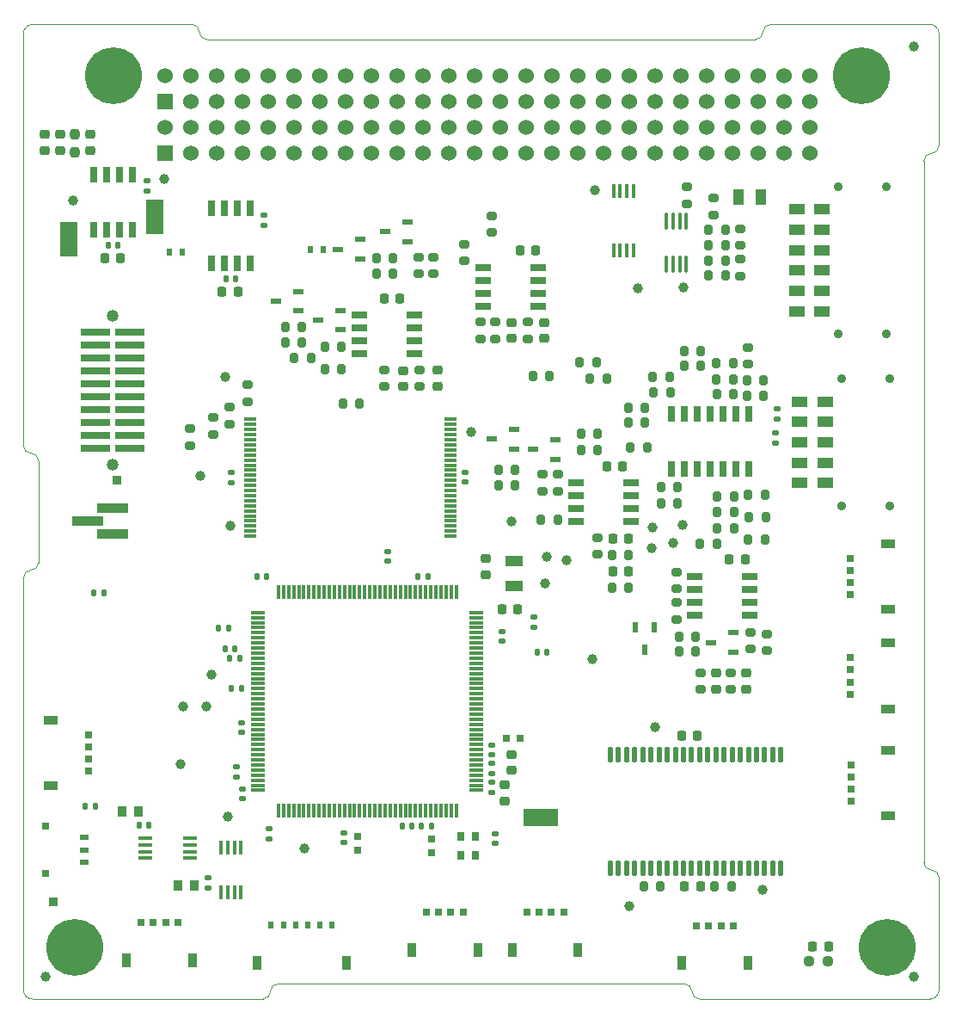
<source format=gbr>
%TF.GenerationSoftware,KiCad,Pcbnew,6.0.7-f9a2dced07~116~ubuntu20.04.1*%
%TF.CreationDate,2022-10-11T04:26:54+03:00*%
%TF.ProjectId,obc-adcs-board,6f62632d-6164-4637-932d-626f6172642e,rev?*%
%TF.SameCoordinates,PX3e2df80PY83e4a60*%
%TF.FileFunction,Soldermask,Top*%
%TF.FilePolarity,Negative*%
%FSLAX46Y46*%
G04 Gerber Fmt 4.6, Leading zero omitted, Abs format (unit mm)*
G04 Created by KiCad (PCBNEW 6.0.7-f9a2dced07~116~ubuntu20.04.1) date 2022-10-11 04:26:54*
%MOMM*%
%LPD*%
G01*
G04 APERTURE LIST*
G04 Aperture macros list*
%AMRoundRect*
0 Rectangle with rounded corners*
0 $1 Rounding radius*
0 $2 $3 $4 $5 $6 $7 $8 $9 X,Y pos of 4 corners*
0 Add a 4 corners polygon primitive as box body*
4,1,4,$2,$3,$4,$5,$6,$7,$8,$9,$2,$3,0*
0 Add four circle primitives for the rounded corners*
1,1,$1+$1,$2,$3*
1,1,$1+$1,$4,$5*
1,1,$1+$1,$6,$7*
1,1,$1+$1,$8,$9*
0 Add four rect primitives between the rounded corners*
20,1,$1+$1,$2,$3,$4,$5,0*
20,1,$1+$1,$4,$5,$6,$7,0*
20,1,$1+$1,$6,$7,$8,$9,0*
20,1,$1+$1,$8,$9,$2,$3,0*%
G04 Aperture macros list end*
%TA.AperFunction,Profile*%
%ADD10C,0.100000*%
%TD*%
%ADD11C,0.010000*%
%ADD12C,1.000000*%
%ADD13R,0.850000X0.600000*%
%ADD14R,0.800000X0.700000*%
%ADD15R,0.660000X0.650000*%
%ADD16R,0.850000X1.340000*%
%ADD17RoundRect,0.137500X0.137500X-0.625000X0.137500X0.625000X-0.137500X0.625000X-0.137500X-0.625000X0*%
%ADD18R,0.650000X1.528000*%
%ADD19RoundRect,0.200000X0.200000X0.275000X-0.200000X0.275000X-0.200000X-0.275000X0.200000X-0.275000X0*%
%ADD20C,5.600000*%
%ADD21RoundRect,0.200000X-0.200000X-0.275000X0.200000X-0.275000X0.200000X0.275000X-0.200000X0.275000X0*%
%ADD22R,0.620000X0.670000*%
%ADD23R,1.050000X0.600000*%
%ADD24RoundRect,0.140000X-0.140000X-0.170000X0.140000X-0.170000X0.140000X0.170000X-0.140000X0.170000X0*%
%ADD25C,0.900000*%
%ADD26R,1.500000X1.000000*%
%ADD27R,0.940000X1.020000*%
%ADD28RoundRect,0.200000X0.275000X-0.200000X0.275000X0.200000X-0.275000X0.200000X-0.275000X-0.200000X0*%
%ADD29RoundRect,0.140000X-0.170000X0.140000X-0.170000X-0.140000X0.170000X-0.140000X0.170000X0.140000X0*%
%ADD30RoundRect,0.225000X-0.250000X0.225000X-0.250000X-0.225000X0.250000X-0.225000X0.250000X0.225000X0*%
%ADD31R,1.475000X0.300000*%
%ADD32R,0.300000X1.475000*%
%ADD33R,1.400000X0.450000*%
%ADD34RoundRect,0.135000X-0.135000X-0.185000X0.135000X-0.185000X0.135000X0.185000X-0.135000X0.185000X0*%
%ADD35RoundRect,0.225000X-0.225000X-0.250000X0.225000X-0.250000X0.225000X0.250000X-0.225000X0.250000X0*%
%ADD36R,0.800000X0.900000*%
%ADD37RoundRect,0.140000X0.140000X0.170000X-0.140000X0.170000X-0.140000X-0.170000X0.140000X-0.170000X0*%
%ADD38R,1.528000X0.650000*%
%ADD39RoundRect,0.200000X-0.275000X0.200000X-0.275000X-0.200000X0.275000X-0.200000X0.275000X0.200000X0*%
%ADD40RoundRect,0.135000X-0.185000X0.135000X-0.185000X-0.135000X0.185000X-0.135000X0.185000X0.135000X0*%
%ADD41RoundRect,0.140000X0.170000X-0.140000X0.170000X0.140000X-0.170000X0.140000X-0.170000X-0.140000X0*%
%ADD42R,0.700000X0.650000*%
%ADD43R,0.450000X1.400000*%
%ADD44R,0.650000X1.525000*%
%ADD45RoundRect,0.237500X-0.237500X0.250000X-0.237500X-0.250000X0.237500X-0.250000X0.237500X0.250000X0*%
%ADD46R,1.800000X1.000000*%
%ADD47RoundRect,0.135000X0.185000X-0.135000X0.185000X0.135000X-0.185000X0.135000X-0.185000X-0.135000X0*%
%ADD48R,0.600000X0.650000*%
%ADD49RoundRect,0.225000X0.225000X0.250000X-0.225000X0.250000X-0.225000X-0.250000X0.225000X-0.250000X0*%
%ADD50R,1.780000X3.430000*%
%ADD51RoundRect,0.100000X0.100000X-0.712500X0.100000X0.712500X-0.100000X0.712500X-0.100000X-0.712500X0*%
%ADD52C,1.190000*%
%ADD53R,2.920000X0.740000*%
%ADD54RoundRect,0.225000X0.250000X-0.225000X0.250000X0.225000X-0.250000X0.225000X-0.250000X-0.225000X0*%
%ADD55R,0.650000X0.660000*%
%ADD56R,1.340000X0.850000*%
%ADD57R,1.300000X0.300000*%
%ADD58R,1.000000X1.500000*%
%ADD59RoundRect,0.135000X0.135000X0.185000X-0.135000X0.185000X-0.135000X-0.185000X0.135000X-0.185000X0*%
%ADD60R,0.850000X0.850000*%
%ADD61R,0.600000X1.050000*%
%ADD62R,1.530000X1.530000*%
%ADD63C,1.530000*%
%ADD64R,0.450000X1.475000*%
%ADD65RoundRect,0.237500X0.250000X0.237500X-0.250000X0.237500X-0.250000X-0.237500X0.250000X-0.237500X0*%
%ADD66R,3.430000X1.780000*%
%ADD67R,0.650000X0.700000*%
G04 APERTURE END LIST*
D10*
X1600000Y43065000D02*
X1600000Y53065000D01*
X66685000Y120000D02*
X89370000Y120000D01*
X850000Y42315000D02*
G75*
G03*
X100000Y41565000I0J-750000D01*
G01*
X65935000Y870000D02*
G75*
G03*
X65185000Y1620000I-750000J0D01*
G01*
X72185000Y94510000D02*
G75*
G03*
X72935000Y95260000I0J750000D01*
G01*
X90270000Y12065000D02*
X90270000Y1020000D01*
X850000Y42315000D02*
G75*
G03*
X1600000Y43065000I0J750000D01*
G01*
X25185000Y1620000D02*
G75*
G03*
X24435000Y870000I0J-750000D01*
G01*
X18185000Y94510000D02*
X72185000Y94510000D01*
X100000Y41565000D02*
X100000Y1010000D01*
X73685000Y96010000D02*
G75*
G03*
X72935000Y95260000I0J-750000D01*
G01*
X1000000Y96010000D02*
G75*
G03*
X100000Y95110000I0J-900000D01*
G01*
X100000Y1010000D02*
G75*
G03*
X1000000Y110000I900000J0D01*
G01*
X88770000Y13565000D02*
X88770000Y82565000D01*
X90270000Y12065000D02*
G75*
G03*
X89520000Y12815000I-750000J0D01*
G01*
X89520000Y83315000D02*
G75*
G03*
X88770000Y82565000I0J-750000D01*
G01*
X88770000Y13565000D02*
G75*
G03*
X89520000Y12815000I750000J0D01*
G01*
X25185000Y1620000D02*
X65185000Y1620000D01*
X73685000Y96010000D02*
X89370000Y96010000D01*
X89520000Y83315000D02*
G75*
G03*
X90270000Y84065000I0J750000D01*
G01*
X89370000Y120000D02*
G75*
G03*
X90270000Y1020000I0J900000D01*
G01*
X1600000Y53065000D02*
G75*
G03*
X850000Y53815000I-750000J0D01*
G01*
X23685000Y120000D02*
G75*
G03*
X24435000Y870000I0J750000D01*
G01*
X90270000Y95110000D02*
G75*
G03*
X89370000Y96010000I-900000J0D01*
G01*
X17435000Y95260000D02*
G75*
G03*
X18185000Y94510000I750000J0D01*
G01*
X100000Y54565000D02*
G75*
G03*
X850000Y53815000I750000J0D01*
G01*
X1000000Y96010000D02*
X16685000Y96010000D01*
X90270000Y95110000D02*
X90270000Y84065000D01*
X100000Y95110000D02*
X100000Y54565000D01*
X17435000Y95260000D02*
G75*
G03*
X16685000Y96010000I-750000J0D01*
G01*
X23685000Y120000D02*
X1000000Y110000D01*
X65935000Y870000D02*
G75*
G03*
X66685000Y120000I750000J0D01*
G01*
%TO.C,J7*%
G36*
X10318000Y48049000D02*
G01*
X7346000Y48049000D01*
X7346000Y48891000D01*
X10318000Y48891000D01*
X10318000Y48049000D01*
G37*
D11*
X10318000Y48049000D02*
X7346000Y48049000D01*
X7346000Y48891000D01*
X10318000Y48891000D01*
X10318000Y48049000D01*
G36*
X10318000Y45509000D02*
G01*
X7346000Y45509000D01*
X7346000Y46351000D01*
X10318000Y46351000D01*
X10318000Y45509000D01*
G37*
X10318000Y45509000D02*
X7346000Y45509000D01*
X7346000Y46351000D01*
X10318000Y46351000D01*
X10318000Y45509000D01*
G36*
X7854000Y46779000D02*
G01*
X4882000Y46779000D01*
X4882000Y47621000D01*
X7854000Y47621000D01*
X7854000Y46779000D01*
G37*
X7854000Y46779000D02*
X4882000Y46779000D01*
X4882000Y47621000D01*
X7854000Y47621000D01*
X7854000Y46779000D01*
%TD*%
D12*
%TO.C,TP25*%
X15600000Y23200000D03*
%TD*%
D13*
%TO.C,J11*%
X6075000Y16000000D03*
X6075000Y14800000D03*
X6075000Y13600000D03*
D14*
X2300000Y17150000D03*
X2300000Y12450000D03*
%TD*%
D15*
%TO.C,J13*%
X39800000Y8635000D03*
X41000000Y8635000D03*
X42200000Y8635000D03*
X43400000Y8635000D03*
D16*
X38375000Y4930000D03*
X44825000Y4930000D03*
%TD*%
D17*
%TO.C,U7*%
X57900960Y12999279D03*
X58700960Y12999279D03*
X59500960Y12999279D03*
X60300960Y12999279D03*
X61100960Y12999279D03*
X61900960Y12999279D03*
X62700960Y12999279D03*
X63500960Y12999279D03*
X64300960Y12999279D03*
X65100960Y12999279D03*
X65900960Y12999279D03*
X66700960Y12999279D03*
X67500960Y12999279D03*
X68300960Y12999279D03*
X69100960Y12999279D03*
X69900960Y12999279D03*
X70700960Y12999279D03*
X71500960Y12999279D03*
X72300960Y12999279D03*
X73100960Y12999279D03*
X73900960Y12999279D03*
X74700960Y12999279D03*
X74700960Y24174279D03*
X73900960Y24174279D03*
X73100960Y24174279D03*
X72300960Y24174279D03*
X71500960Y24174279D03*
X70700960Y24174279D03*
X69900960Y24174279D03*
X69100960Y24174279D03*
X68300960Y24174279D03*
X67500960Y24174279D03*
X66700960Y24174279D03*
X65900960Y24174279D03*
X65100960Y24174279D03*
X64300960Y24174279D03*
X63500960Y24174279D03*
X62700960Y24174279D03*
X61900960Y24174279D03*
X61100960Y24174279D03*
X60300960Y24174279D03*
X59500960Y24174279D03*
X58700960Y24174279D03*
X57900960Y24174279D03*
%TD*%
D18*
%TO.C,U2*%
X6995000Y75789000D03*
X8265000Y75789000D03*
X9535000Y75789000D03*
X10805000Y75789000D03*
X10805000Y81211000D03*
X9535000Y81211000D03*
X8265000Y81211000D03*
X6995000Y81211000D03*
%TD*%
D19*
%TO.C,R58*%
X70075960Y49550000D03*
X68425960Y49550000D03*
%TD*%
D20*
%TO.C,H2*%
X82630000Y90930000D03*
%TD*%
D21*
%TO.C,R13*%
X46875960Y50700000D03*
X48525960Y50700000D03*
%TD*%
D22*
%TO.C,F3*%
X29625000Y73900000D03*
X28375000Y73900000D03*
%TD*%
D20*
%TO.C,H3*%
X5180000Y5190000D03*
%TD*%
D23*
%TO.C,Q3*%
X48400000Y54250000D03*
X48400000Y56150000D03*
X46200000Y55200000D03*
%TD*%
D12*
%TO.C,TP24*%
X51500000Y41000000D03*
%TD*%
D19*
%TO.C,R23*%
X28425000Y63200000D03*
X26775000Y63200000D03*
%TD*%
%TO.C,R80*%
X68375000Y44900000D03*
X66725000Y44900000D03*
%TD*%
D24*
%TO.C,C38*%
X37420000Y17150000D03*
X38380000Y17150000D03*
%TD*%
D25*
%TO.C,J5*%
X80350000Y80050000D03*
X85100000Y65550000D03*
X85100000Y80050000D03*
X80350000Y65550000D03*
D26*
X76250000Y77800000D03*
X76250000Y75800000D03*
X76250000Y73800000D03*
X76250000Y71800000D03*
X76250000Y69800000D03*
X76250000Y67800000D03*
X78750000Y77800000D03*
X78750000Y75800000D03*
X78750000Y73800000D03*
X78750000Y71800000D03*
X78750000Y69800000D03*
X78750000Y67800000D03*
%TD*%
D27*
%TO.C,F4*%
X9810000Y18600000D03*
X11390000Y18600000D03*
%TD*%
D28*
%TO.C,R5*%
X65400000Y78375000D03*
X65400000Y80025000D03*
%TD*%
D12*
%TO.C,TP12*%
X18100000Y28900000D03*
%TD*%
D27*
%TO.C,F5*%
X15360000Y11250000D03*
X16940000Y11250000D03*
%TD*%
D28*
%TO.C,R50*%
X49800960Y65075000D03*
X49800960Y66725000D03*
%TD*%
D29*
%TO.C,C39*%
X31700000Y16480000D03*
X31700000Y15520000D03*
%TD*%
D30*
%TO.C,C2*%
X6700000Y85175000D03*
X6700000Y83625000D03*
%TD*%
D31*
%TO.C,U4*%
X44703242Y20649040D03*
X44703242Y21149040D03*
X44703242Y21649040D03*
X44703242Y22149040D03*
X44703242Y22649040D03*
X44703242Y23149040D03*
X44703242Y23649040D03*
X44703242Y24149040D03*
X44703242Y24649040D03*
X44703242Y25149040D03*
X44703242Y25649040D03*
X44703242Y26149040D03*
X44703242Y26649040D03*
X44703242Y27149040D03*
X44703242Y27649040D03*
X44703242Y28149040D03*
X44703242Y28649040D03*
X44703242Y29149040D03*
X44703242Y29649040D03*
X44703242Y30149040D03*
X44703242Y30649040D03*
X44703242Y31149040D03*
X44703242Y31649040D03*
X44703242Y32149040D03*
X44703242Y32649040D03*
X44703242Y33149040D03*
X44703242Y33649040D03*
X44703242Y34149040D03*
X44703242Y34649040D03*
X44703242Y35149040D03*
X44703242Y35649040D03*
X44703242Y36149040D03*
X44703242Y36649040D03*
X44703242Y37149040D03*
X44703242Y37649040D03*
X44703242Y38149040D03*
D32*
X42715242Y40137040D03*
X42215242Y40137040D03*
X41715242Y40137040D03*
X41215242Y40137040D03*
X40715242Y40137040D03*
X40215242Y40137040D03*
X39715242Y40137040D03*
X39215242Y40137040D03*
X38715242Y40137040D03*
X38215242Y40137040D03*
X37715242Y40137040D03*
X37215242Y40137040D03*
X36715242Y40137040D03*
X36215242Y40137040D03*
X35715242Y40137040D03*
X35215242Y40137040D03*
X34715242Y40137040D03*
X34215242Y40137040D03*
X33715242Y40137040D03*
X33215242Y40137040D03*
X32715242Y40137040D03*
X32215242Y40137040D03*
X31715242Y40137040D03*
X31215242Y40137040D03*
X30715242Y40137040D03*
X30215242Y40137040D03*
X29715242Y40137040D03*
X29215242Y40137040D03*
X28715242Y40137040D03*
X28215242Y40137040D03*
X27715242Y40137040D03*
X27215242Y40137040D03*
X26715242Y40137040D03*
X26215242Y40137040D03*
X25715242Y40137040D03*
X25215242Y40137040D03*
D31*
X23227242Y38149040D03*
X23227242Y37649040D03*
X23227242Y37149040D03*
X23227242Y36649040D03*
X23227242Y36149040D03*
X23227242Y35649040D03*
X23227242Y35149040D03*
X23227242Y34649040D03*
X23227242Y34149040D03*
X23227242Y33649040D03*
X23227242Y33149040D03*
X23227242Y32649040D03*
X23227242Y32149040D03*
X23227242Y31649040D03*
X23227242Y31149040D03*
X23227242Y30649040D03*
X23227242Y30149040D03*
X23227242Y29649040D03*
X23227242Y29149040D03*
X23227242Y28649040D03*
X23227242Y28149040D03*
X23227242Y27649040D03*
X23227242Y27149040D03*
X23227242Y26649040D03*
X23227242Y26149040D03*
X23227242Y25649040D03*
X23227242Y25149040D03*
X23227242Y24649040D03*
X23227242Y24149040D03*
X23227242Y23649040D03*
X23227242Y23149040D03*
X23227242Y22649040D03*
X23227242Y22149040D03*
X23227242Y21649040D03*
X23227242Y21149040D03*
X23227242Y20649040D03*
D32*
X25215242Y18661040D03*
X25715242Y18661040D03*
X26215242Y18661040D03*
X26715242Y18661040D03*
X27215242Y18661040D03*
X27715242Y18661040D03*
X28215242Y18661040D03*
X28715242Y18661040D03*
X29215242Y18661040D03*
X29715242Y18661040D03*
X30215242Y18661040D03*
X30715242Y18661040D03*
X31215242Y18661040D03*
X31715242Y18661040D03*
X32215242Y18661040D03*
X32715242Y18661040D03*
X33215242Y18661040D03*
X33715242Y18661040D03*
X34215242Y18661040D03*
X34715242Y18661040D03*
X35215242Y18661040D03*
X35715242Y18661040D03*
X36215242Y18661040D03*
X36715242Y18661040D03*
X37215242Y18661040D03*
X37715242Y18661040D03*
X38215242Y18661040D03*
X38715242Y18661040D03*
X39215242Y18661040D03*
X39715242Y18661040D03*
X40215242Y18661040D03*
X40715242Y18661040D03*
X41215242Y18661040D03*
X41715242Y18661040D03*
X42215242Y18661040D03*
X42715242Y18661040D03*
%TD*%
D22*
%TO.C,F2*%
X15725000Y73600000D03*
X14475000Y73600000D03*
%TD*%
D28*
%TO.C,R22*%
X39125960Y60361779D03*
X39125960Y62011779D03*
%TD*%
D33*
%TO.C,U6*%
X16500000Y13975000D03*
X16500000Y14625000D03*
X16500000Y15275000D03*
X16500000Y15925000D03*
X12100000Y15925000D03*
X12100000Y15275000D03*
X12100000Y14625000D03*
X12100000Y13975000D03*
%TD*%
D21*
%TO.C,R45*%
X65175000Y62400000D03*
X66825000Y62400000D03*
%TD*%
D34*
%TO.C,R61*%
X19290000Y36600000D03*
X20310000Y36600000D03*
%TD*%
D12*
%TO.C,TP2*%
X13930000Y80760000D03*
%TD*%
D34*
%TO.C,R60*%
X6990000Y40100000D03*
X8010000Y40100000D03*
%TD*%
D35*
%TO.C,C34*%
X69625000Y43350000D03*
X71175000Y43350000D03*
%TD*%
D36*
%TO.C,Y2*%
X44625000Y14275000D03*
X44625000Y16125000D03*
X43175000Y16125000D03*
X43175000Y14275000D03*
%TD*%
D37*
%TO.C,C4*%
X9380000Y74250000D03*
X8420000Y74250000D03*
%TD*%
D28*
%TO.C,R26*%
X40500000Y71475000D03*
X40500000Y73125000D03*
%TD*%
D19*
%TO.C,R43*%
X56650000Y54100000D03*
X55000000Y54100000D03*
%TD*%
D20*
%TO.C,H4*%
X85170000Y5210000D03*
%TD*%
D38*
%TO.C,IC6*%
X66189000Y41705000D03*
X66189000Y40435000D03*
X66189000Y39165000D03*
X66189000Y37895000D03*
X71611000Y37895000D03*
X71611000Y39165000D03*
X71611000Y40435000D03*
X71611000Y41705000D03*
%TD*%
D12*
%TO.C,TP11*%
X15800000Y28900000D03*
%TD*%
D30*
%TO.C,C13*%
X37525960Y61961779D03*
X37525960Y60411779D03*
%TD*%
D23*
%TO.C,Q4*%
X31300000Y65950000D03*
X31300000Y67850000D03*
X29100000Y66900000D03*
%TD*%
D39*
%TO.C,R9*%
X16500000Y56225000D03*
X16500000Y54575000D03*
%TD*%
D40*
%TO.C,R47*%
X74200000Y55860000D03*
X74200000Y54840000D03*
%TD*%
D28*
%TO.C,R77*%
X66800000Y30575000D03*
X66800000Y32225000D03*
%TD*%
D21*
%TO.C,R49*%
X62175000Y59800000D03*
X63825000Y59800000D03*
%TD*%
D41*
%TO.C,C18*%
X21625000Y26320000D03*
X21625000Y27280000D03*
%TD*%
D29*
%TO.C,C26*%
X46200000Y25130000D03*
X46200000Y24170000D03*
%TD*%
D39*
%TO.C,R29*%
X39000000Y73125000D03*
X39000000Y71475000D03*
%TD*%
D30*
%TO.C,C1*%
X2200000Y85175000D03*
X2200000Y83625000D03*
%TD*%
D21*
%TO.C,R51*%
X54875000Y62800000D03*
X56525000Y62800000D03*
%TD*%
D42*
%TO.C,FL2*%
X33000000Y14725000D03*
X33000000Y16075000D03*
%TD*%
D12*
%TO.C,TP21*%
X64050000Y44950000D03*
%TD*%
D19*
%TO.C,R52*%
X70025000Y59600000D03*
X68375000Y59600000D03*
%TD*%
D39*
%TO.C,R72*%
X64400000Y42125000D03*
X64400000Y40475000D03*
%TD*%
%TO.C,R3*%
X46200000Y77175000D03*
X46200000Y75525000D03*
%TD*%
D12*
%TO.C,TP19*%
X62050000Y46550000D03*
%TD*%
D39*
%TO.C,R16*%
X43550000Y74375000D03*
X43550000Y72725000D03*
%TD*%
D29*
%TO.C,C42*%
X46250000Y21430000D03*
X46250000Y20470000D03*
%TD*%
D21*
%TO.C,R41*%
X59675000Y56800000D03*
X61325000Y56800000D03*
%TD*%
D39*
%TO.C,R6*%
X68100000Y78925000D03*
X68100000Y77275000D03*
%TD*%
D37*
%TO.C,C43*%
X40280000Y17150000D03*
X39320000Y17150000D03*
%TD*%
D15*
%TO.C,J15*%
X49700000Y8635000D03*
X50900000Y8635000D03*
X52100000Y8635000D03*
X53300000Y8635000D03*
D16*
X48275000Y4930000D03*
X54725000Y4930000D03*
%TD*%
D39*
%TO.C,R36*%
X51200000Y51725000D03*
X51200000Y50075000D03*
%TD*%
D19*
%TO.C,R54*%
X57525000Y61200000D03*
X55875000Y61200000D03*
%TD*%
D28*
%TO.C,R71*%
X56600000Y43875000D03*
X56600000Y45525000D03*
%TD*%
D40*
%TO.C,R83*%
X24300000Y16910000D03*
X24300000Y15890000D03*
%TD*%
D39*
%TO.C,R11*%
X22200000Y60525000D03*
X22200000Y58875000D03*
%TD*%
D12*
%TO.C,TP7*%
X17550000Y51600000D03*
%TD*%
D21*
%TO.C,R56*%
X62075000Y61300000D03*
X63725000Y61300000D03*
%TD*%
D43*
%TO.C,U5*%
X21525000Y15000000D03*
X20875000Y15000000D03*
X20225000Y15000000D03*
X19575000Y15000000D03*
X19575000Y10600000D03*
X20225000Y10600000D03*
X20875000Y10600000D03*
X21525000Y10600000D03*
%TD*%
D21*
%TO.C,R20*%
X34875000Y71500000D03*
X36525000Y71500000D03*
%TD*%
D44*
%TO.C,IC4*%
X63890000Y52288000D03*
X65160000Y52288000D03*
X66430000Y52288000D03*
X67700000Y52288000D03*
X68970000Y52288000D03*
X70240000Y52288000D03*
X71510000Y52288000D03*
X71510000Y57712000D03*
X70240000Y57712000D03*
X68970000Y57712000D03*
X67700000Y57712000D03*
X66430000Y57712000D03*
X65160000Y57712000D03*
X63890000Y57712000D03*
%TD*%
D45*
%TO.C,R2*%
X5200000Y85212500D03*
X5200000Y83387500D03*
%TD*%
D19*
%TO.C,R69*%
X73225000Y47550000D03*
X71575000Y47550000D03*
%TD*%
D34*
%TO.C,R62*%
X20590000Y30700000D03*
X21610000Y30700000D03*
%TD*%
D12*
%TO.C,TP18*%
X56100000Y33600000D03*
%TD*%
D23*
%TO.C,Q5*%
X27200000Y67850000D03*
X27200000Y69750000D03*
X25000000Y68800000D03*
%TD*%
D21*
%TO.C,R84*%
X68175000Y11200000D03*
X69825000Y11200000D03*
%TD*%
D39*
%TO.C,R70*%
X64400000Y39125000D03*
X64400000Y37475000D03*
%TD*%
D20*
%TO.C,H1*%
X8990000Y90930000D03*
%TD*%
D35*
%TO.C,C23*%
X47225000Y38500000D03*
X48775000Y38500000D03*
%TD*%
D21*
%TO.C,R17*%
X31575000Y58700000D03*
X33225000Y58700000D03*
%TD*%
D23*
%TO.C,Q1*%
X37900000Y74650000D03*
X37900000Y76550000D03*
X35700000Y75600000D03*
%TD*%
D19*
%TO.C,R31*%
X66825960Y63900000D03*
X65175960Y63900000D03*
%TD*%
D46*
%TO.C,Y1*%
X48400000Y40750000D03*
X48400000Y43250000D03*
%TD*%
D47*
%TO.C,R4*%
X23800000Y76190000D03*
X23800000Y77210000D03*
%TD*%
%TO.C,R82*%
X21100000Y21990000D03*
X21100000Y23010000D03*
%TD*%
D23*
%TO.C,Q9*%
X70050960Y34250000D03*
X70050960Y36150000D03*
X67850960Y35200000D03*
%TD*%
D48*
%TO.C,J14*%
X24500000Y7380500D03*
X25700000Y7380500D03*
X26900000Y7380500D03*
X28100000Y7380500D03*
X29300000Y7380500D03*
X30500000Y7380500D03*
D16*
X31925000Y3675500D03*
X23075000Y3675500D03*
%TD*%
D37*
%TO.C,C20*%
X21380000Y33650000D03*
X20420000Y33650000D03*
%TD*%
D12*
%TO.C,FID3*%
X87800000Y2300000D03*
%TD*%
%TO.C,TP13*%
X20450000Y46650000D03*
%TD*%
D30*
%TO.C,C10*%
X48200960Y66675000D03*
X48200960Y65125000D03*
%TD*%
D12*
%TO.C,TP26*%
X20200000Y18100000D03*
%TD*%
D19*
%TO.C,R34*%
X73000960Y61000000D03*
X71350960Y61000000D03*
%TD*%
D49*
%TO.C,C31*%
X66475000Y26000000D03*
X64925000Y26000000D03*
%TD*%
D12*
%TO.C,FID1*%
X87800000Y93800000D03*
%TD*%
D30*
%TO.C,C32*%
X71300000Y32175000D03*
X71300000Y30625000D03*
%TD*%
D39*
%TO.C,R73*%
X71700000Y36225000D03*
X71700000Y34575000D03*
%TD*%
D21*
%TO.C,R27*%
X34875000Y73000000D03*
X36525000Y73000000D03*
%TD*%
D12*
%TO.C,TP6*%
X20000000Y61300000D03*
%TD*%
%TO.C,TP20*%
X62000000Y44500000D03*
%TD*%
D40*
%TO.C,R30*%
X74300000Y58210000D03*
X74300000Y57190000D03*
%TD*%
D12*
%TO.C,TP15*%
X48200000Y47100000D03*
%TD*%
D21*
%TO.C,R74*%
X64675000Y35800000D03*
X66325000Y35800000D03*
%TD*%
D37*
%TO.C,C17*%
X24080000Y41700000D03*
X23120000Y41700000D03*
%TD*%
D50*
%TO.C,TP3*%
X4600000Y74900000D03*
%TD*%
D12*
%TO.C,TP5*%
X56400000Y79700000D03*
%TD*%
D21*
%TO.C,R64*%
X64675000Y34300000D03*
X66325000Y34300000D03*
%TD*%
D51*
%TO.C,U3*%
X63425000Y72387500D03*
X64075000Y72387500D03*
X64725000Y72387500D03*
X65375000Y72387500D03*
X65375000Y76612500D03*
X64725000Y76612500D03*
X64075000Y76612500D03*
X63425000Y76612500D03*
%TD*%
D21*
%TO.C,R75*%
X58075000Y40600000D03*
X59725000Y40600000D03*
%TD*%
D49*
%TO.C,C8*%
X21225000Y69750000D03*
X19675000Y69750000D03*
%TD*%
D12*
%TO.C,TP17*%
X65050000Y46750000D03*
%TD*%
D52*
%TO.C,J3*%
X8900000Y52707500D03*
X8900000Y67317500D03*
D53*
X7185000Y65727500D03*
X10615000Y65727500D03*
X7185000Y64457500D03*
X10615000Y64457500D03*
X7185000Y63187500D03*
X10615000Y63187500D03*
X7185000Y61917500D03*
X10615000Y61917500D03*
X7185000Y60647500D03*
X10615000Y60647500D03*
X7185000Y59377500D03*
X10615000Y59377500D03*
X7185000Y58107500D03*
X10615000Y58107500D03*
X7185000Y56837500D03*
X10615000Y56837500D03*
X7185000Y55567500D03*
X10615000Y55567500D03*
X7185000Y54297500D03*
X10615000Y54297500D03*
%TD*%
D19*
%TO.C,R76*%
X59725000Y43800000D03*
X58075000Y43800000D03*
%TD*%
D37*
%TO.C,C19*%
X20930000Y34600000D03*
X19970000Y34600000D03*
%TD*%
D54*
%TO.C,C9*%
X40900000Y60425000D03*
X40900000Y61975000D03*
%TD*%
D12*
%TO.C,TP28*%
X72900000Y10900000D03*
%TD*%
%TO.C,TP22*%
X53600000Y43300000D03*
%TD*%
D37*
%TO.C,C21*%
X39930000Y41650000D03*
X38970000Y41650000D03*
%TD*%
D35*
%TO.C,C12*%
X35600000Y69050000D03*
X37150000Y69050000D03*
%TD*%
D55*
%TO.C,J8*%
X81565000Y30100000D03*
X81565000Y31300000D03*
X81565000Y32500000D03*
X81565000Y33700000D03*
D56*
X85270000Y28675000D03*
X85270000Y35125000D03*
%TD*%
D42*
%TO.C,FL3*%
X40300000Y14475000D03*
X40300000Y15825000D03*
%TD*%
D12*
%TO.C,TP23*%
X62350000Y26850000D03*
%TD*%
D55*
%TO.C,J6*%
X6535000Y26140000D03*
X6535000Y24940000D03*
X6535000Y23740000D03*
X6535000Y22540000D03*
D56*
X2830000Y27565000D03*
X2830000Y21115000D03*
%TD*%
D49*
%TO.C,C33*%
X59675000Y45400000D03*
X58125000Y45400000D03*
%TD*%
D19*
%TO.C,R7*%
X69225000Y75800000D03*
X67575000Y75800000D03*
%TD*%
D21*
%TO.C,R33*%
X67575000Y74300000D03*
X69225000Y74300000D03*
%TD*%
D12*
%TO.C,FID2*%
X2300000Y2300000D03*
%TD*%
D50*
%TO.C,TP4*%
X13000000Y77110000D03*
%TD*%
D30*
%TO.C,C40*%
X47500000Y21175000D03*
X47500000Y19625000D03*
%TD*%
D39*
%TO.C,R46*%
X70700000Y72925000D03*
X70700000Y71275000D03*
%TD*%
D21*
%TO.C,R79*%
X62875000Y48900000D03*
X64525000Y48900000D03*
%TD*%
D18*
%TO.C,U1*%
X18595000Y72489000D03*
X19865000Y72489000D03*
X21135000Y72489000D03*
X22405000Y72489000D03*
X22405000Y77911000D03*
X21135000Y77911000D03*
X19865000Y77911000D03*
X18595000Y77911000D03*
%TD*%
D41*
%TO.C,C37*%
X18250000Y11070000D03*
X18250000Y12030000D03*
%TD*%
D21*
%TO.C,R28*%
X25875000Y66200000D03*
X27525000Y66200000D03*
%TD*%
D19*
%TO.C,R48*%
X69225000Y71300000D03*
X67575000Y71300000D03*
%TD*%
D21*
%TO.C,R42*%
X68350960Y61100000D03*
X70000960Y61100000D03*
%TD*%
D57*
%TO.C,IC2*%
X22465242Y57149040D03*
X22465242Y56649040D03*
X22465242Y56149040D03*
X22465242Y55649040D03*
X22465242Y55149040D03*
X22465242Y54649040D03*
X22465242Y54149040D03*
X22465242Y53649040D03*
X22465242Y53149040D03*
X22465242Y52649040D03*
X22465242Y52149040D03*
X22465242Y51649040D03*
X22465242Y51149040D03*
X22465242Y50649040D03*
X22465242Y50149040D03*
X22465242Y49649040D03*
X22465242Y49149040D03*
X22465242Y48649040D03*
X22465242Y48149040D03*
X22465242Y47649040D03*
X22465242Y47149040D03*
X22465242Y46649040D03*
X22465242Y46149040D03*
X22465242Y45649040D03*
X42165242Y45649040D03*
X42165242Y46149040D03*
X42165242Y46649040D03*
X42165242Y47149040D03*
X42165242Y47649040D03*
X42165242Y48149040D03*
X42165242Y48649040D03*
X42165242Y49149040D03*
X42165242Y49649040D03*
X42165242Y50149040D03*
X42165242Y50649040D03*
X42165242Y51149040D03*
X42165242Y51649040D03*
X42165242Y52149040D03*
X42165242Y52649040D03*
X42165242Y53149040D03*
X42165242Y53649040D03*
X42165242Y54149040D03*
X42165242Y54649040D03*
X42165242Y55149040D03*
X42165242Y55649040D03*
X42165242Y56149040D03*
X42165242Y56649040D03*
X42165242Y57149040D03*
%TD*%
D21*
%TO.C,R78*%
X51075000Y47300000D03*
X52725000Y47300000D03*
%TD*%
%TO.C,R24*%
X25875000Y64700000D03*
X27525000Y64700000D03*
%TD*%
D58*
%TO.C,F1*%
X72700000Y79000000D03*
X70500000Y79000000D03*
%TD*%
D39*
%TO.C,R8*%
X70700000Y75925000D03*
X70700000Y74275000D03*
%TD*%
D29*
%TO.C,C36*%
X21700000Y20780000D03*
X21700000Y19820000D03*
%TD*%
D59*
%TO.C,R81*%
X7210000Y19100000D03*
X6190000Y19100000D03*
%TD*%
D60*
%TO.C,J10*%
X3000000Y9700000D03*
%TD*%
D28*
%TO.C,R63*%
X73300000Y34375000D03*
X73300000Y36025000D03*
%TD*%
D21*
%TO.C,R59*%
X55000000Y55700000D03*
X56650000Y55700000D03*
%TD*%
D35*
%TO.C,C15*%
X49025000Y73750000D03*
X50575000Y73750000D03*
%TD*%
D21*
%TO.C,R15*%
X29775000Y62100000D03*
X31425000Y62100000D03*
%TD*%
D15*
%TO.C,J12*%
X11700000Y7635000D03*
X12900000Y7635000D03*
X14100000Y7635000D03*
X15300000Y7635000D03*
D16*
X10275000Y3930000D03*
X16725000Y3930000D03*
%TD*%
D28*
%TO.C,R53*%
X71475960Y62575000D03*
X71475960Y64225000D03*
%TD*%
D55*
%TO.C,J17*%
X81585000Y19580000D03*
X81585000Y20780000D03*
X81585000Y21980000D03*
X81585000Y23180000D03*
D56*
X85290000Y18155000D03*
X85290000Y24605000D03*
%TD*%
D21*
%TO.C,R85*%
X61175960Y11200000D03*
X62825960Y11200000D03*
%TD*%
D47*
%TO.C,R1*%
X12260000Y79650000D03*
X12260000Y80670000D03*
%TD*%
D61*
%TO.C,Q8*%
X62250000Y36700000D03*
X60350000Y36700000D03*
X61300000Y34500000D03*
%TD*%
D25*
%TO.C,J4*%
X80650000Y61150000D03*
X80650000Y48650000D03*
X85400000Y48650000D03*
X85400000Y61150000D03*
D26*
X76550000Y58900000D03*
X76550000Y56900000D03*
X76550000Y54900000D03*
X76550000Y52900000D03*
X76550000Y50900000D03*
X79050000Y58900000D03*
X79050000Y56900000D03*
X79050000Y54900000D03*
X79050000Y52900000D03*
X79050000Y50900000D03*
%TD*%
D12*
%TO.C,TP9*%
X65100000Y70100000D03*
%TD*%
D21*
%TO.C,R40*%
X68325960Y62700000D03*
X69975960Y62700000D03*
%TD*%
%TO.C,R39*%
X67575000Y72800000D03*
X69225000Y72800000D03*
%TD*%
%TO.C,R38*%
X50275000Y61400000D03*
X51925000Y61400000D03*
%TD*%
D54*
%TO.C,C14*%
X51400000Y65125000D03*
X51400000Y66675000D03*
%TD*%
D35*
%TO.C,C30*%
X58125000Y42200000D03*
X59675000Y42200000D03*
%TD*%
D62*
%TO.C,J1*%
X14048000Y83309000D03*
D63*
X14048000Y85849000D03*
X16588000Y83309000D03*
X16588000Y85849000D03*
X19128000Y83309000D03*
X19128000Y85849000D03*
X21668000Y83309000D03*
X21668000Y85849000D03*
X24208000Y83309000D03*
X24208000Y85849000D03*
X26748000Y83309000D03*
X26748000Y85849000D03*
X29288000Y83309000D03*
X29288000Y85849000D03*
X31828000Y83309000D03*
X31828000Y85849000D03*
X34368000Y83309000D03*
X34368000Y85849000D03*
X36908000Y83309000D03*
X36908000Y85849000D03*
X39448000Y83309000D03*
X39448000Y85849000D03*
X41988000Y83309000D03*
X41988000Y85849000D03*
X44528000Y83309000D03*
X44528000Y85849000D03*
X47068000Y83309000D03*
X47068000Y85849000D03*
X49608000Y83309000D03*
X49608000Y85849000D03*
X52148000Y83309000D03*
X52148000Y85849000D03*
X54688000Y83309000D03*
X54688000Y85849000D03*
X57228000Y83309000D03*
X57228000Y85849000D03*
X59768000Y83309000D03*
X59768000Y85849000D03*
X62308000Y83309000D03*
X62308000Y85849000D03*
X64848000Y83309000D03*
X64848000Y85849000D03*
X67388000Y83309000D03*
X67388000Y85849000D03*
X69928000Y83309000D03*
X69928000Y85849000D03*
X72468000Y83309000D03*
X72468000Y85849000D03*
X75008000Y83309000D03*
X75008000Y85849000D03*
X77548000Y83309000D03*
X77548000Y85849000D03*
%TD*%
D12*
%TO.C,TP1*%
X5000000Y78700000D03*
%TD*%
D19*
%TO.C,R37*%
X73000960Y59500000D03*
X71350960Y59500000D03*
%TD*%
D12*
%TO.C,TP8*%
X44150000Y55900000D03*
%TD*%
D23*
%TO.C,Q6*%
X33300000Y72950000D03*
X33300000Y74850000D03*
X31100000Y73900000D03*
%TD*%
D39*
%TO.C,R12*%
X18800000Y57325000D03*
X18800000Y55675000D03*
%TD*%
D21*
%TO.C,R68*%
X68425000Y48000000D03*
X70075000Y48000000D03*
%TD*%
%TO.C,R35*%
X59675000Y58300000D03*
X61325000Y58300000D03*
%TD*%
D41*
%TO.C,C22*%
X47200000Y35320000D03*
X47200000Y36280000D03*
%TD*%
D29*
%TO.C,C11*%
X43600000Y51930000D03*
X43600000Y50970000D03*
%TD*%
D49*
%TO.C,C47*%
X79375000Y5300000D03*
X77825000Y5300000D03*
%TD*%
D54*
%TO.C,C29*%
X68300000Y30625000D03*
X68300000Y32175000D03*
%TD*%
D55*
%TO.C,J9*%
X81565000Y39900000D03*
X81565000Y41100000D03*
X81565000Y42300000D03*
X81565000Y43500000D03*
D56*
X85270000Y38475000D03*
X85270000Y44925000D03*
%TD*%
D28*
%TO.C,R18*%
X45100000Y65075000D03*
X45100000Y66725000D03*
%TD*%
%TO.C,R32*%
X52700000Y50075000D03*
X52700000Y51725000D03*
%TD*%
D12*
%TO.C,TP14*%
X18600000Y32000000D03*
%TD*%
D64*
%TO.C,Q2*%
X60175000Y79638000D03*
X59525000Y79638000D03*
X58875000Y79638000D03*
X58225000Y79638000D03*
X58225000Y73762000D03*
X58875000Y73762000D03*
X59525000Y73762000D03*
X60175000Y73762000D03*
%TD*%
D12*
%TO.C,TP30*%
X59800000Y9300000D03*
%TD*%
D30*
%TO.C,C3*%
X3700000Y85175000D03*
X3700000Y83625000D03*
%TD*%
D35*
%TO.C,C16*%
X57525000Y52550000D03*
X59075000Y52550000D03*
%TD*%
D62*
%TO.C,J2*%
X14048000Y88389000D03*
D63*
X14048000Y90929000D03*
X16588000Y88389000D03*
X16588000Y90929000D03*
X19128000Y88389000D03*
X19128000Y90929000D03*
X21668000Y88389000D03*
X21668000Y90929000D03*
X24208000Y88389000D03*
X24208000Y90929000D03*
X26748000Y88389000D03*
X26748000Y90929000D03*
X29288000Y88389000D03*
X29288000Y90929000D03*
X31828000Y88389000D03*
X31828000Y90929000D03*
X34368000Y88389000D03*
X34368000Y90929000D03*
X36908000Y88389000D03*
X36908000Y90929000D03*
X39448000Y88389000D03*
X39448000Y90929000D03*
X41988000Y88389000D03*
X41988000Y90929000D03*
X44528000Y88389000D03*
X44528000Y90929000D03*
X47068000Y88389000D03*
X47068000Y90929000D03*
X49608000Y88389000D03*
X49608000Y90929000D03*
X52148000Y88389000D03*
X52148000Y90929000D03*
X54688000Y88389000D03*
X54688000Y90929000D03*
X57228000Y88389000D03*
X57228000Y90929000D03*
X59768000Y88389000D03*
X59768000Y90929000D03*
X62308000Y88389000D03*
X62308000Y90929000D03*
X64848000Y88389000D03*
X64848000Y90929000D03*
X67388000Y88389000D03*
X67388000Y90929000D03*
X69928000Y88389000D03*
X69928000Y90929000D03*
X72468000Y88389000D03*
X72468000Y90929000D03*
X75008000Y88389000D03*
X75008000Y90929000D03*
X77548000Y88389000D03*
X77548000Y90929000D03*
%TD*%
D41*
%TO.C,C41*%
X46250000Y22320000D03*
X46250000Y23280000D03*
%TD*%
D19*
%TO.C,R55*%
X61525000Y54400000D03*
X59875000Y54400000D03*
%TD*%
D39*
%TO.C,R19*%
X46600000Y66725000D03*
X46600000Y65075000D03*
%TD*%
D29*
%TO.C,C45*%
X46600000Y16380000D03*
X46600000Y15420000D03*
%TD*%
D15*
%TO.C,J16*%
X66400000Y7335000D03*
X67600000Y7335000D03*
X68800000Y7335000D03*
X70000000Y7335000D03*
D16*
X64975000Y3630000D03*
X71425000Y3630000D03*
%TD*%
D41*
%TO.C,C28*%
X50400000Y36720000D03*
X50400000Y37680000D03*
%TD*%
D65*
%TO.C,R86*%
X79312500Y3800000D03*
X77487500Y3800000D03*
%TD*%
D54*
%TO.C,C44*%
X48200000Y22635000D03*
X48200000Y24185000D03*
%TD*%
D39*
%TO.C,R10*%
X20400000Y58325000D03*
X20400000Y56675000D03*
%TD*%
D41*
%TO.C,C24*%
X36000000Y43220000D03*
X36000000Y44180000D03*
%TD*%
D66*
%TO.C,TP29*%
X51050000Y18000000D03*
%TD*%
D24*
%TO.C,C35*%
X11520000Y17250000D03*
X12480000Y17250000D03*
%TD*%
D40*
%TO.C,C6*%
X20600000Y51910000D03*
X20600000Y50890000D03*
%TD*%
D19*
%TO.C,R14*%
X31425000Y64300000D03*
X29775000Y64300000D03*
%TD*%
D54*
%TO.C,C25*%
X45660000Y41880000D03*
X45660000Y43430000D03*
%TD*%
D38*
%TO.C,IC3*%
X45389000Y72105000D03*
X45389000Y70835000D03*
X45389000Y69565000D03*
X45389000Y68295000D03*
X50811000Y68295000D03*
X50811000Y69565000D03*
X50811000Y70835000D03*
X50811000Y72105000D03*
%TD*%
D12*
%TO.C,TP27*%
X27800000Y14900000D03*
%TD*%
D21*
%TO.C,R67*%
X68425000Y46450000D03*
X70075000Y46450000D03*
%TD*%
%TO.C,R44*%
X62875000Y50450000D03*
X64525000Y50450000D03*
%TD*%
D37*
%TO.C,C5*%
X20980000Y71000000D03*
X20020000Y71000000D03*
%TD*%
D24*
%TO.C,C27*%
X50720000Y34250000D03*
X51680000Y34250000D03*
%TD*%
D21*
%TO.C,R25*%
X46875960Y52200000D03*
X48525960Y52200000D03*
%TD*%
D38*
%TO.C,IC5*%
X54489000Y50905000D03*
X54489000Y49635000D03*
X54489000Y48365000D03*
X54489000Y47095000D03*
X59911000Y47095000D03*
X59911000Y48365000D03*
X59911000Y49635000D03*
X59911000Y50905000D03*
%TD*%
D39*
%TO.C,R21*%
X35600000Y62025000D03*
X35600000Y60375000D03*
%TD*%
%TO.C,R66*%
X69800000Y32225000D03*
X69800000Y30575000D03*
%TD*%
D12*
%TO.C,TP16*%
X51600000Y43600000D03*
%TD*%
%TO.C,TP10*%
X60650000Y70050000D03*
%TD*%
D35*
%TO.C,C46*%
X65225000Y11200000D03*
X66775000Y11200000D03*
%TD*%
D49*
%TO.C,C7*%
X9675000Y73000000D03*
X8125000Y73000000D03*
%TD*%
D19*
%TO.C,R57*%
X73105000Y49740000D03*
X71455000Y49740000D03*
%TD*%
D23*
%TO.C,Q7*%
X52450960Y53230779D03*
X52450960Y55130779D03*
X50250960Y54180779D03*
%TD*%
D21*
%TO.C,R65*%
X71475000Y45350000D03*
X73125000Y45350000D03*
%TD*%
D38*
%TO.C,IC1*%
X33189000Y67405000D03*
X33189000Y66135000D03*
X33189000Y64865000D03*
X33189000Y63595000D03*
X38611000Y63595000D03*
X38611000Y64865000D03*
X38611000Y66135000D03*
X38611000Y67405000D03*
%TD*%
D67*
%TO.C,FL1*%
X48975000Y25800000D03*
X47625000Y25800000D03*
%TD*%
D60*
%TO.C,J18*%
X9300000Y51200000D03*
%TD*%
M02*

</source>
